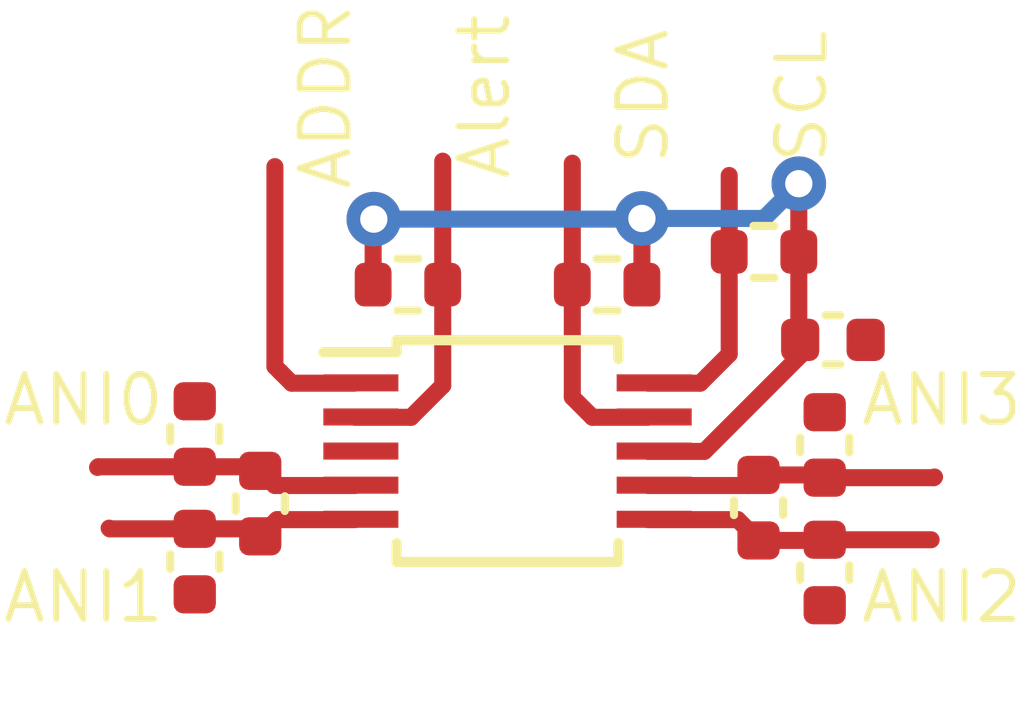
<source format=kicad_pcb>
(kicad_pcb (version 20221018) (generator pcbnew)
  (layers (0 "F.Cu" signal) (31 "B.Cu" signal) (34 "B.Paste" user) (35 "F.Paste" user) (36 "B.SilkS" user "B.Silkscreen") (37 "F.SilkS" user "F.Silkscreen") (38 "B.Mask" user) (39 "F.Mask" user) (44 "Edge.Cuts" user))
  (net 0 "")
  (net 1 "+5V")
  (net 2 "/Alert")
  (net 3 "GND")
  (net 4 "A0")
  (net 5 "A1")
  (net 6 "A2")
  (net 7 "A3")
  (net 8 "/SCL")
  (net 9 "/SDA")
  (footprint "Capacitor_SMD:C_0402_1005Metric" (layer "F.Cu") (at 138.71 90.94 180)
    (fp_text reference "ADC_C1" hide)
    (fp_text value "0.1uF")
    (fp_line (start -0.107836 -0.36) (end 0.107836 -0.36) (stroke (width 0.12)) (layer "F.SilkS"))
    (fp_line (start -0.107836 0.36) (end 0.107836 0.36) (stroke (width 0.12)) (layer "F.SilkS"))
    (pad "1" smd roundrect (at -0.48 0 180) (size 0.56 0.62) (layers "F.Cu" "F.Paste" "F.Mask") (net 3 "GND"))
    (pad "2" smd roundrect (at 0.48 0 180) (size 0.56 0.62) (layers "F.Cu" "F.Paste" "F.Mask") (net 1 "+5V"))
  )
  (footprint "Capacitor_SMD:C_0402_1005Metric" (layer "F.Cu") (at 129.355 92.32 -90)
    (fp_text reference "ADC_C2" hide)
    (fp_text value "0.1uF")
    (fp_line (start -0.107836 -0.36) (end 0.107836 -0.36) (stroke (width 0.12)) (layer "F.SilkS"))
    (fp_line (start -0.107836 0.36) (end 0.107836 0.36) (stroke (width 0.12)) (layer "F.SilkS"))
    (pad "1" smd roundrect (at -0.48 0 270) (size 0.56 0.62) (layers "F.Cu" "F.Paste" "F.Mask") (net 3 "GND"))
    (pad "2" smd roundrect (at 0.48 0 270) (size 0.56 0.62) (layers "F.Cu" "F.Paste" "F.Mask") (net 4 "A0"))
  )
  (footprint "Capacitor_SMD:C_0402_1005Metric" (layer "F.Cu") (at 137.62 93.4 90)
    (fp_text reference "ADC_C7" hide)
    (fp_text value "0.1uF")
    (fp_line (start -0.107836 -0.36) (end 0.107836 -0.36) (stroke (width 0.12)) (layer "F.SilkS"))
    (fp_line (start -0.107836 0.36) (end 0.107836 0.36) (stroke (width 0.12)) (layer "F.SilkS"))
    (pad "1" smd roundrect (at -0.48 0 90) (size 0.56 0.62) (layers "F.Cu" "F.Paste" "F.Mask") (net 6 "A2"))
    (pad "2" smd roundrect (at 0.48 0 90) (size 0.56 0.62) (layers "F.Cu" "F.Paste" "F.Mask") (net 7 "A3"))
  )
  (footprint "Resistor_SMD:R_0402_1005Metric" (layer "F.Cu") (at 135.4 90.13)
    (fp_text reference "ADC_SDA_R1" hide)
    (fp_text value "10k")
    (fp_line (start -0.153641 -0.38) (end 0.153641 -0.38) (stroke (width 0.12)) (layer "F.SilkS"))
    (fp_line (start -0.153641 0.38) (end 0.153641 0.38) (stroke (width 0.12)) (layer "F.SilkS"))
    (pad "1" smd roundrect (at -0.51 0) (size 0.54 0.64) (layers "F.Cu" "F.Paste" "F.Mask") (net 9 "/SDA"))
    (pad "2" smd roundrect (at 0.51 0) (size 0.54 0.64) (layers "F.Cu" "F.Paste" "F.Mask") (net 1 "+5V"))
  )
  (footprint "Capacitor_SMD:C_0402_1005Metric" (layer "F.Cu") (at 138.59 92.48 -90)
    (fp_text reference "ADC_C5" hide)
    (fp_text value "0.1uF")
    (fp_line (start -0.107836 -0.36) (end 0.107836 -0.36) (stroke (width 0.12)) (layer "F.SilkS"))
    (fp_line (start -0.107836 0.36) (end 0.107836 0.36) (stroke (width 0.12)) (layer "F.SilkS"))
    (pad "1" smd roundrect (at -0.48 0 270) (size 0.56 0.62) (layers "F.Cu" "F.Paste" "F.Mask") (net 3 "GND"))
    (pad "2" smd roundrect (at 0.48 0 270) (size 0.56 0.62) (layers "F.Cu" "F.Paste" "F.Mask") (net 7 "A3"))
  )
  (footprint "Package_SO:TSSOP-10_3x3mm_P0.5mm" (layer "F.Cu") (at 133.94 92.57)
    (fp_text reference "ADS1115_U1" hide)
    (fp_text value "ADS1115IDGS")
    (fp_line (start -1.625 -1.625) (end -1.625 -1.45) (stroke (width 0.15)) (layer "F.SilkS"))
    (fp_line (start -1.625 -1.625) (end 1.625 -1.625) (stroke (width 0.15)) (layer "F.SilkS"))
    (fp_line (start -1.625 -1.45) (end -2.7 -1.45) (stroke (width 0.15)) (layer "F.SilkS"))
    (fp_line (start -1.625 1.625) (end -1.625 1.35) (stroke (width 0.15)) (layer "F.SilkS"))
    (fp_line (start -1.625 1.625) (end 1.625 1.625) (stroke (width 0.15)) (layer "F.SilkS"))
    (fp_line (start 1.625 -1.625) (end 1.625 -1.35) (stroke (width 0.15)) (layer "F.SilkS"))
    (fp_line (start 1.625 1.625) (end 1.625 1.35) (stroke (width 0.15)) (layer "F.SilkS"))
    (pad "1" smd rect (at -2.15 -1) (size 1.1 0.25) (layers "F.Cu" "F.Paste" "F.Mask") (net 3 "GND"))
    (pad "2" smd rect (at -2.15 -0.5) (size 1.1 0.25) (layers "F.Cu" "F.Paste" "F.Mask") (net 2 "/Alert"))
    (pad "3" smd rect (at -2.15 0) (size 1.1 0.25) (layers "F.Cu" "F.Paste" "F.Mask") (net 3 "GND"))
    (pad "4" smd rect (at -2.15 0.5) (size 1.1 0.25) (layers "F.Cu" "F.Paste" "F.Mask") (net 4 "A0"))
    (pad "5" smd rect (at -2.15 1) (size 1.1 0.25) (layers "F.Cu" "F.Paste" "F.Mask") (net 5 "A1"))
    (pad "6" smd rect (at 2.15 1) (size 1.1 0.25) (layers "F.Cu" "F.Paste" "F.Mask") (net 6 "A2"))
    (pad "7" smd rect (at 2.15 0.5) (size 1.1 0.25) (layers "F.Cu" "F.Paste" "F.Mask") (net 7 "A3"))
    (pad "8" smd rect (at 2.15 0) (size 1.1 0.25) (layers "F.Cu" "F.Paste" "F.Mask") (net 1 "+5V"))
    (pad "9" smd rect (at 2.15 -0.5) (size 1.1 0.25) (layers "F.Cu" "F.Paste" "F.Mask") (net 9 "/SDA"))
    (pad "10" smd rect (at 2.15 -1) (size 1.1 0.25) (layers "F.Cu" "F.Paste" "F.Mask") (net 8 "/SCL"))
  )
  (footprint "Capacitor_SMD:C_0402_1005Metric" (layer "F.Cu") (at 129.355 94.19 90)
    (fp_text reference "ADC_C3" hide)
    (fp_text value "0.1uF")
    (fp_line (start -0.107836 -0.36) (end 0.107836 -0.36) (stroke (width 0.12)) (layer "F.SilkS"))
    (fp_line (start -0.107836 0.36) (end 0.107836 0.36) (stroke (width 0.12)) (layer "F.SilkS"))
    (pad "1" smd roundrect (at -0.48 0 90) (size 0.56 0.62) (layers "F.Cu" "F.Paste" "F.Mask") (net 3 "GND"))
    (pad "2" smd roundrect (at 0.48 0 90) (size 0.56 0.62) (layers "F.Cu" "F.Paste" "F.Mask") (net 5 "A1"))
  )
  (footprint "Resistor_SMD:R_0402_1005Metric" (layer "F.Cu") (at 137.7 89.65 180)
    (fp_text reference "ADC_SCL_R1" hide)
    (fp_text value "10k")
    (fp_line (start -0.153641 -0.38) (end 0.153641 -0.38) (stroke (width 0.12)) (layer "F.SilkS"))
    (fp_line (start -0.153641 0.38) (end 0.153641 0.38) (stroke (width 0.12)) (layer "F.SilkS"))
    (pad "1" smd roundrect (at -0.51 0 180) (size 0.54 0.64) (layers "F.Cu" "F.Paste" "F.Mask") (net 1 "+5V"))
    (pad "2" smd roundrect (at 0.51 0 180) (size 0.54 0.64) (layers "F.Cu" "F.Paste" "F.Mask") (net 8 "/SCL"))
  )
  (footprint "Capacitor_SMD:C_0402_1005Metric" (layer "F.Cu") (at 130.315 93.34 90)
    (fp_text reference "ADC_C6" hide)
    (fp_text value "0.1uF")
    (fp_line (start -0.107836 -0.36) (end 0.107836 -0.36) (stroke (width 0.12)) (layer "F.SilkS"))
    (fp_line (start -0.107836 0.36) (end 0.107836 0.36) (stroke (width 0.12)) (layer "F.SilkS"))
    (pad "1" smd roundrect (at -0.48 0 90) (size 0.56 0.62) (layers "F.Cu" "F.Paste" "F.Mask") (net 5 "A1"))
    (pad "2" smd roundrect (at 0.48 0 90) (size 0.56 0.62) (layers "F.Cu" "F.Paste" "F.Mask") (net 4 "A0"))
  )
  (footprint "Capacitor_SMD:C_0402_1005Metric" (layer "F.Cu") (at 138.59 94.35 90)
    (fp_text reference "ADC_C4" hide)
    (fp_text value "0.1uF")
    (fp_line (start -0.107836 -0.36) (end 0.107836 -0.36) (stroke (width 0.12)) (layer "F.SilkS"))
    (fp_line (start -0.107836 0.36) (end 0.107836 0.36) (stroke (width 0.12)) (layer "F.SilkS"))
    (pad "1" smd roundrect (at -0.48 0 90) (size 0.56 0.62) (layers "F.Cu" "F.Paste" "F.Mask") (net 3 "GND"))
    (pad "2" smd roundrect (at 0.48 0 90) (size 0.56 0.62) (layers "F.Cu" "F.Paste" "F.Mask") (net 6 "A2"))
  )
  (footprint "Resistor_SMD:R_0402_1005Metric" (layer "F.Cu") (at 132.48 90.13)
    (fp_text reference "ADC_Alert_R1" hide)
    (fp_text value "10k")
    (fp_line (start -0.153641 -0.38) (end 0.153641 -0.38) (stroke (width 0.12)) (layer "F.SilkS"))
    (fp_line (start -0.153641 0.38) (end 0.153641 0.38) (stroke (width 0.12)) (layer "F.SilkS"))
    (pad "1" smd roundrect (at -0.51 0) (size 0.54 0.64) (layers "F.Cu" "F.Paste" "F.Mask") (net 1 "+5V"))
    (pad "2" smd roundrect (at 0.51 0) (size 0.54 0.64) (layers "F.Cu" "F.Paste" "F.Mask") (net 2 "/Alert"))
  )
  (gr_text "ANI1\n" (at 126.5 95.12) (layer "F.SilkS") (effects (font (size 0.7 0.7) (thickness 0.0875)) (justify left bottom)))
  (gr_text "ANI0" (at 126.5 92.23) (layer "F.SilkS") (effects (font (size 0.7 0.7) (thickness 0.0875)) (justify left bottom)))
  (gr_text "Alert" (at 134.01 88.63 90) (layer "F.SilkS") (effects (font (size 0.7 0.7) (thickness 0.0875)) (justify left bottom)))
  (gr_text "ANI2\n" (at 139.08 95.12) (layer "F.SilkS") (effects (font (size 0.7 0.7) (thickness 0.0875)) (justify left bottom)))
  (gr_text "SCL" (at 138.663334 88.396667 90) (layer "F.SilkS") (effects (font (size 0.7 0.7) (thickness 0.0875)) (justify left bottom)))
  (gr_text "ADDR" (at 131.683334 88.78 90) (layer "F.SilkS") (effects (font (size 0.7 0.7) (thickness 0.0875)) (justify left bottom)))
  (gr_text "SDA" (at 136.336666 88.413334 90) (layer "F.SilkS") (effects (font (size 0.7 0.7) (thickness 0.0875)) (justify left bottom)))
  (gr_text "ANI3\n" (at 139.08 92.23) (layer "F.SilkS") (effects (font (size 0.7 0.7) (thickness 0.0875)) (justify left bottom)))
  (segment (start 136 92.575) (end 136.825 92.575) (width 0.25) (layer "F.Cu") (net 1))
  (segment (start 138.21 90.92) (end 138.23 90.94) (width 0.25) (layer "F.Cu") (net 1))
  (segment (start 135.91 90.13) (end 135.91 89.16) (width 0.25) (layer "F.Cu") (net 1))
  (segment (start 138.23 91.17) (end 138.23 90.94) (width 0.25) (layer "F.Cu") (net 1))
  (segment (start 136.825 92.575) (end 138.23 91.17) (width 0.25) (layer "F.Cu") (net 1))
  (segment (start 138.21 88.65) (end 138.21 89.65) (width 0.25) (layer "F.Cu") (net 1))
  (segment (start 131.97 89.18) (end 131.98 89.17) (width 0.25) (layer "F.Cu") (net 1))
  (segment (start 138.21 89.65) (end 138.21 90.92) (width 0.25) (layer "F.Cu") (net 1))
  (segment (start 131.97 90.13) (end 131.97 89.18) (width 0.25) (layer "F.Cu") (net 1))
  (via (at 138.21 88.65) (size 0.8) (drill 0.4) (layers "F.Cu" "B.Cu") (net 1))
  (via (at 135.91 89.16) (size 0.8) (drill 0.4) (layers "F.Cu" "B.Cu") (net 1))
  (via (at 131.98 89.17) (size 0.8) (drill 0.4) (layers "F.Cu" "B.Cu") (net 1))
  (segment (start 137.7 89.16) (end 138.21 88.65) (width 0.25) (layer "B.Cu") (net 1))
  (segment (start 135.91 89.16) (end 137.7 89.16) (width 0.25) (layer "B.Cu") (net 1))
  (segment (start 135.9 89.17) (end 135.91 89.16) (width 0.25) (layer "B.Cu") (net 1))
  (segment (start 131.98 89.17) (end 135.9 89.17) (width 0.25) (layer "B.Cu") (net 1))
  (segment (start 131.7 92.075) (end 132.525 92.075) (width 0.25) (layer "F.Cu") (net 2))
  (segment (start 132.99 90.13) (end 132.99 88.32) (width 0.25) (layer "F.Cu") (net 2))
  (segment (start 132.525 92.075) (end 132.99 91.61) (width 0.25) (layer "F.Cu") (net 2))
  (segment (start 132.99 91.61) (end 132.99 90.13) (width 0.25) (layer "F.Cu") (net 2))
  (segment (start 130.775 91.575) (end 130.61 91.41) (width 0.25) (layer "F.Cu") (net 3))
  (segment (start 130.61 91.41) (end 130.53 91.33) (width 0.25) (layer "F.Cu") (net 3))
  (segment (start 130.53 91.33) (end 130.53 88.4) (width 0.25) (layer "F.Cu") (net 3))
  (segment (start 131.7 91.575) (end 130.775 91.575) (width 0.25) (layer "F.Cu") (net 3))
  (segment (start 129.355 92.8) (end 127.94 92.8) (width 0.25) (layer "F.Cu") (net 4))
  (segment (start 127.94 92.8) (end 127.93 92.81) (width 0.25) (layer "F.Cu") (net 4))
  (segment (start 130.53 93.075) (end 131.7 93.075) (width 0.25) (layer "F.Cu") (net 4))
  (segment (start 129.355 92.8) (end 130.255 92.8) (width 0.25) (layer "F.Cu") (net 4))
  (segment (start 130.315 92.86) (end 130.53 93.075) (width 0.25) (layer "F.Cu") (net 4))
  (segment (start 130.205 93.71) (end 130.315 93.82) (width 0.25) (layer "F.Cu") (net 5))
  (segment (start 129.355 93.71) (end 128.11 93.71) (width 0.25) (layer "F.Cu") (net 5))
  (segment (start 129.355 93.71) (end 130.205 93.71) (width 0.25) (layer "F.Cu") (net 5))
  (segment (start 130.56 93.575) (end 130.315 93.82) (width 0.25) (layer "F.Cu") (net 5))
  (segment (start 131.7 93.575) (end 130.56 93.575) (width 0.25) (layer "F.Cu") (net 5))
  (segment (start 128.11 93.71) (end 128.1 93.7) (width 0.25) (layer "F.Cu") (net 5))
  (segment (start 138.58 93.88) (end 138.59 93.87) (width 0.25) (layer "F.Cu") (net 6))
  (segment (start 137.315 93.575) (end 137.62 93.88) (width 0.25) (layer "F.Cu") (net 6))
  (segment (start 137.62 93.88) (end 138.58 93.88) (width 0.25) (layer "F.Cu") (net 6))
  (segment (start 136 93.575) (end 137.315 93.575) (width 0.25) (layer "F.Cu") (net 6))
  (segment (start 138.59 93.87) (end 140.15 93.87) (width 0.25) (layer "F.Cu") (net 6))
  (segment (start 140.19 92.96) (end 140.2 92.95) (width 0.25) (layer "F.Cu") (net 7))
  (segment (start 137.465 93.075) (end 137.62 92.92) (width 0.25) (layer "F.Cu") (net 7))
  (segment (start 138.55 92.92) (end 138.59 92.96) (width 0.25) (layer "F.Cu") (net 7))
  (segment (start 136 93.075) (end 137.465 93.075) (width 0.25) (layer "F.Cu") (net 7))
  (segment (start 137.62 92.92) (end 138.55 92.92) (width 0.25) (layer "F.Cu") (net 7))
  (segment (start 138.59 92.96) (end 140.19 92.96) (width 0.25) (layer "F.Cu") (net 7))
  (segment (start 136.765 91.575) (end 137.19 91.15) (width 0.25) (layer "F.Cu") (net 8))
  (segment (start 137.19 89.65) (end 137.19 88.53) (width 0.25) (layer "F.Cu") (net 8))
  (segment (start 137.19 91.15) (end 137.19 89.65) (width 0.25) (layer "F.Cu") (net 8))
  (segment (start 136 91.575) (end 136.765 91.575) (width 0.25) (layer "F.Cu") (net 8))
  (segment (start 134.89 91.78) (end 134.89 90.13) (width 0.25) (layer "F.Cu") (net 9))
  (segment (start 136 92.075) (end 135.185 92.075) (width 0.25) (layer "F.Cu") (net 9))
  (segment (start 135.185 92.075) (end 134.89 91.78) (width 0.25) (layer "F.Cu") (net 9))
  (segment (start 134.89 90.13) (end 134.89 88.35) (width 0.25) (layer "F.Cu") (net 9))
)
</source>
